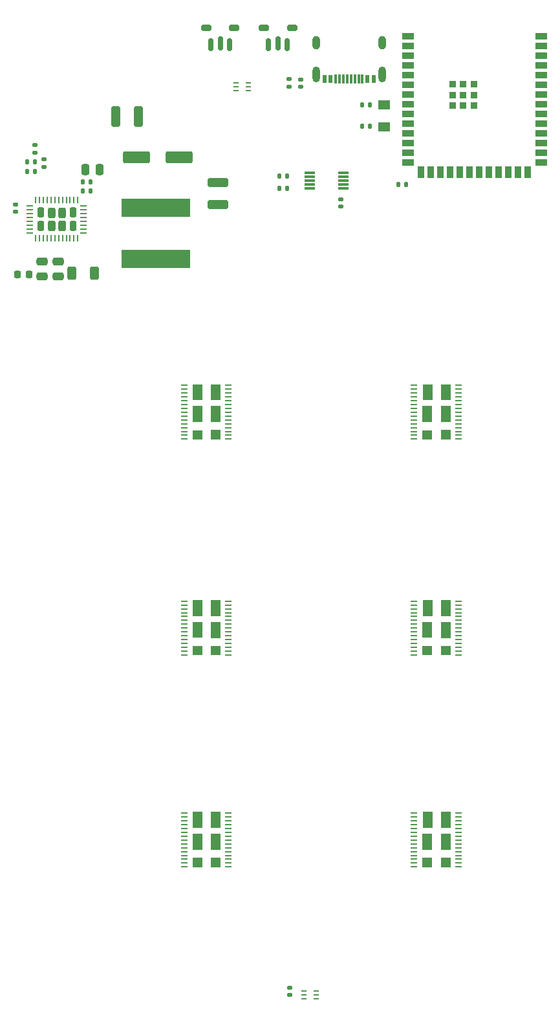
<source format=gbr>
%TF.GenerationSoftware,KiCad,Pcbnew,8.0.4*%
%TF.CreationDate,2024-08-30T10:55:45+02:00*%
%TF.ProjectId,bitaxeHex,62697461-7865-4486-9578-2e6b69636164,701*%
%TF.SameCoordinates,Original*%
%TF.FileFunction,Paste,Top*%
%TF.FilePolarity,Positive*%
%FSLAX46Y46*%
G04 Gerber Fmt 4.6, Leading zero omitted, Abs format (unit mm)*
G04 Created by KiCad (PCBNEW 8.0.4) date 2024-08-30 10:55:45*
%MOMM*%
%LPD*%
G01*
G04 APERTURE LIST*
G04 Aperture macros list*
%AMRoundRect*
0 Rectangle with rounded corners*
0 $1 Rounding radius*
0 $2 $3 $4 $5 $6 $7 $8 $9 X,Y pos of 4 corners*
0 Add a 4 corners polygon primitive as box body*
4,1,4,$2,$3,$4,$5,$6,$7,$8,$9,$2,$3,0*
0 Add four circle primitives for the rounded corners*
1,1,$1+$1,$2,$3*
1,1,$1+$1,$4,$5*
1,1,$1+$1,$6,$7*
1,1,$1+$1,$8,$9*
0 Add four rect primitives between the rounded corners*
20,1,$1+$1,$2,$3,$4,$5,0*
20,1,$1+$1,$4,$5,$6,$7,0*
20,1,$1+$1,$6,$7,$8,$9,0*
20,1,$1+$1,$8,$9,$2,$3,0*%
G04 Aperture macros list end*
%ADD10C,0.001000*%
%ADD11RoundRect,0.135000X0.185000X-0.135000X0.185000X0.135000X-0.185000X0.135000X-0.185000X-0.135000X0*%
%ADD12R,1.600200X1.168400*%
%ADD13RoundRect,0.250000X-0.475000X0.250000X-0.475000X-0.250000X0.475000X-0.250000X0.475000X0.250000X0*%
%ADD14RoundRect,0.135000X0.135000X0.185000X-0.135000X0.185000X-0.135000X-0.185000X0.135000X-0.185000X0*%
%ADD15RoundRect,0.200000X0.450000X0.200000X-0.450000X0.200000X-0.450000X-0.200000X0.450000X-0.200000X0*%
%ADD16O,0.740000X1.750000*%
%ADD17RoundRect,0.150000X0.150000X0.750000X-0.150000X0.750000X-0.150000X-0.750000X0.150000X-0.750000X0*%
%ADD18R,9.000000X2.380000*%
%ADD19RoundRect,0.140000X0.140000X0.170000X-0.140000X0.170000X-0.140000X-0.170000X0.140000X-0.170000X0*%
%ADD20RoundRect,0.225000X-0.225000X-0.250000X0.225000X-0.250000X0.225000X0.250000X-0.225000X0.250000X0*%
%ADD21RoundRect,0.250000X-1.500000X-0.550000X1.500000X-0.550000X1.500000X0.550000X-1.500000X0.550000X0*%
%ADD22RoundRect,0.055250X0.340750X0.055250X-0.340750X0.055250X-0.340750X-0.055250X0.340750X-0.055250X0*%
%ADD23RoundRect,0.135000X-0.185000X0.135000X-0.185000X-0.135000X0.185000X-0.135000X0.185000X0.135000X0*%
%ADD24RoundRect,0.140000X0.170000X-0.140000X0.170000X0.140000X-0.170000X0.140000X-0.170000X-0.140000X0*%
%ADD25RoundRect,0.250000X1.100000X-0.325000X1.100000X0.325000X-1.100000X0.325000X-1.100000X-0.325000X0*%
%ADD26RoundRect,0.140000X-0.140000X-0.170000X0.140000X-0.170000X0.140000X0.170000X-0.140000X0.170000X0*%
%ADD27R,1.400000X0.300000*%
%ADD28RoundRect,0.220588X0.229412X-0.429412X0.229412X0.429412X-0.229412X0.429412X-0.229412X-0.429412X0*%
%ADD29RoundRect,0.232843X0.242157X-0.467157X0.242157X0.467157X-0.242157X0.467157X-0.242157X-0.467157X0*%
%ADD30RoundRect,0.062500X0.062500X-0.337500X0.062500X0.337500X-0.062500X0.337500X-0.062500X-0.337500X0*%
%ADD31RoundRect,0.062500X0.337500X-0.062500X0.337500X0.062500X-0.337500X0.062500X-0.337500X-0.062500X0*%
%ADD32R,0.711200X0.228600*%
%ADD33R,1.500000X0.900000*%
%ADD34R,0.900000X1.500000*%
%ADD35R,0.900000X0.900000*%
%ADD36RoundRect,0.250000X-0.325000X-1.100000X0.325000X-1.100000X0.325000X1.100000X-0.325000X1.100000X0*%
%ADD37RoundRect,0.140000X-0.170000X0.140000X-0.170000X-0.140000X0.170000X-0.140000X0.170000X0.140000X0*%
%ADD38R,0.600000X1.060000*%
%ADD39R,0.300000X1.150000*%
%ADD40O,1.000000X2.100000*%
%ADD41O,1.000000X1.800000*%
%ADD42RoundRect,0.135000X-0.135000X-0.185000X0.135000X-0.185000X0.135000X0.185000X-0.135000X0.185000X0*%
%ADD43RoundRect,0.250000X-0.312500X-0.625000X0.312500X-0.625000X0.312500X0.625000X-0.312500X0.625000X0*%
%ADD44RoundRect,0.250000X-0.250000X-0.475000X0.250000X-0.475000X0.250000X0.475000X-0.250000X0.475000X0*%
G04 APERTURE END LIST*
%TO.C,U12*%
D10*
X76168000Y-99326000D02*
X77368000Y-99326000D01*
X77368000Y-100436000D01*
X76168000Y-100436000D01*
X76168000Y-99326000D01*
G36*
X76168000Y-99326000D02*
G01*
X77368000Y-99326000D01*
X77368000Y-100436000D01*
X76168000Y-100436000D01*
X76168000Y-99326000D01*
G37*
X76178000Y-96161000D02*
X77378000Y-96161000D01*
X77378000Y-98191000D01*
X76178000Y-98191000D01*
X76178000Y-96161000D01*
G36*
X76178000Y-96161000D02*
G01*
X77378000Y-96161000D01*
X77378000Y-98191000D01*
X76178000Y-98191000D01*
X76178000Y-96161000D01*
G37*
X76198000Y-93316000D02*
X77398000Y-93316000D01*
X77398000Y-95336000D01*
X76198000Y-95336000D01*
X76198000Y-93316000D01*
G36*
X76198000Y-93316000D02*
G01*
X77398000Y-93316000D01*
X77398000Y-95336000D01*
X76198000Y-95336000D01*
X76198000Y-93316000D01*
G37*
X78568000Y-93316000D02*
X79768000Y-93316000D01*
X79768000Y-95336000D01*
X78568000Y-95336000D01*
X78568000Y-93316000D01*
G36*
X78568000Y-93316000D02*
G01*
X79768000Y-93316000D01*
X79768000Y-95336000D01*
X78568000Y-95336000D01*
X78568000Y-93316000D01*
G37*
X78568000Y-96166000D02*
X79768000Y-96166000D01*
X79768000Y-98196000D01*
X78568000Y-98196000D01*
X78568000Y-96166000D01*
G36*
X78568000Y-96166000D02*
G01*
X79768000Y-96166000D01*
X79768000Y-98196000D01*
X78568000Y-98196000D01*
X78568000Y-96166000D01*
G37*
X78578000Y-99316000D02*
X79778000Y-99316000D01*
X79778000Y-100436000D01*
X78578000Y-100436000D01*
X78578000Y-99316000D01*
G36*
X78578000Y-99316000D02*
G01*
X79778000Y-99316000D01*
X79778000Y-100436000D01*
X78578000Y-100436000D01*
X78578000Y-99316000D01*
G37*
%TO.C,U18*%
X106272000Y-127550000D02*
X107472000Y-127550000D01*
X107472000Y-128660000D01*
X106272000Y-128660000D01*
X106272000Y-127550000D01*
G36*
X106272000Y-127550000D02*
G01*
X107472000Y-127550000D01*
X107472000Y-128660000D01*
X106272000Y-128660000D01*
X106272000Y-127550000D01*
G37*
X106282000Y-124385000D02*
X107482000Y-124385000D01*
X107482000Y-126415000D01*
X106282000Y-126415000D01*
X106282000Y-124385000D01*
G36*
X106282000Y-124385000D02*
G01*
X107482000Y-124385000D01*
X107482000Y-126415000D01*
X106282000Y-126415000D01*
X106282000Y-124385000D01*
G37*
X106302000Y-121540000D02*
X107502000Y-121540000D01*
X107502000Y-123560000D01*
X106302000Y-123560000D01*
X106302000Y-121540000D01*
G36*
X106302000Y-121540000D02*
G01*
X107502000Y-121540000D01*
X107502000Y-123560000D01*
X106302000Y-123560000D01*
X106302000Y-121540000D01*
G37*
X108672000Y-121540000D02*
X109872000Y-121540000D01*
X109872000Y-123560000D01*
X108672000Y-123560000D01*
X108672000Y-121540000D01*
G36*
X108672000Y-121540000D02*
G01*
X109872000Y-121540000D01*
X109872000Y-123560000D01*
X108672000Y-123560000D01*
X108672000Y-121540000D01*
G37*
X108672000Y-124390000D02*
X109872000Y-124390000D01*
X109872000Y-126420000D01*
X108672000Y-126420000D01*
X108672000Y-124390000D01*
G36*
X108672000Y-124390000D02*
G01*
X109872000Y-124390000D01*
X109872000Y-126420000D01*
X108672000Y-126420000D01*
X108672000Y-124390000D01*
G37*
X108682000Y-127540000D02*
X109882000Y-127540000D01*
X109882000Y-128660000D01*
X108682000Y-128660000D01*
X108682000Y-127540000D01*
G36*
X108682000Y-127540000D02*
G01*
X109882000Y-127540000D01*
X109882000Y-128660000D01*
X108682000Y-128660000D01*
X108682000Y-127540000D01*
G37*
%TO.C,U28*%
X106272000Y-99326000D02*
X107472000Y-99326000D01*
X107472000Y-100436000D01*
X106272000Y-100436000D01*
X106272000Y-99326000D01*
G36*
X106272000Y-99326000D02*
G01*
X107472000Y-99326000D01*
X107472000Y-100436000D01*
X106272000Y-100436000D01*
X106272000Y-99326000D01*
G37*
X106282000Y-96161000D02*
X107482000Y-96161000D01*
X107482000Y-98191000D01*
X106282000Y-98191000D01*
X106282000Y-96161000D01*
G36*
X106282000Y-96161000D02*
G01*
X107482000Y-96161000D01*
X107482000Y-98191000D01*
X106282000Y-98191000D01*
X106282000Y-96161000D01*
G37*
X106302000Y-93316000D02*
X107502000Y-93316000D01*
X107502000Y-95336000D01*
X106302000Y-95336000D01*
X106302000Y-93316000D01*
G36*
X106302000Y-93316000D02*
G01*
X107502000Y-93316000D01*
X107502000Y-95336000D01*
X106302000Y-95336000D01*
X106302000Y-93316000D01*
G37*
X108672000Y-93316000D02*
X109872000Y-93316000D01*
X109872000Y-95336000D01*
X108672000Y-95336000D01*
X108672000Y-93316000D01*
G36*
X108672000Y-93316000D02*
G01*
X109872000Y-93316000D01*
X109872000Y-95336000D01*
X108672000Y-95336000D01*
X108672000Y-93316000D01*
G37*
X108672000Y-96166000D02*
X109872000Y-96166000D01*
X109872000Y-98196000D01*
X108672000Y-98196000D01*
X108672000Y-96166000D01*
G36*
X108672000Y-96166000D02*
G01*
X109872000Y-96166000D01*
X109872000Y-98196000D01*
X108672000Y-98196000D01*
X108672000Y-96166000D01*
G37*
X108682000Y-99316000D02*
X109882000Y-99316000D01*
X109882000Y-100436000D01*
X108682000Y-100436000D01*
X108682000Y-99316000D01*
G36*
X108682000Y-99316000D02*
G01*
X109882000Y-99316000D01*
X109882000Y-100436000D01*
X108682000Y-100436000D01*
X108682000Y-99316000D01*
G37*
%TO.C,U25*%
X106272000Y-155280000D02*
X107472000Y-155280000D01*
X107472000Y-156390000D01*
X106272000Y-156390000D01*
X106272000Y-155280000D01*
G36*
X106272000Y-155280000D02*
G01*
X107472000Y-155280000D01*
X107472000Y-156390000D01*
X106272000Y-156390000D01*
X106272000Y-155280000D01*
G37*
X106282000Y-152115000D02*
X107482000Y-152115000D01*
X107482000Y-154145000D01*
X106282000Y-154145000D01*
X106282000Y-152115000D01*
G36*
X106282000Y-152115000D02*
G01*
X107482000Y-152115000D01*
X107482000Y-154145000D01*
X106282000Y-154145000D01*
X106282000Y-152115000D01*
G37*
X106302000Y-149270000D02*
X107502000Y-149270000D01*
X107502000Y-151290000D01*
X106302000Y-151290000D01*
X106302000Y-149270000D01*
G36*
X106302000Y-149270000D02*
G01*
X107502000Y-149270000D01*
X107502000Y-151290000D01*
X106302000Y-151290000D01*
X106302000Y-149270000D01*
G37*
X108672000Y-149270000D02*
X109872000Y-149270000D01*
X109872000Y-151290000D01*
X108672000Y-151290000D01*
X108672000Y-149270000D01*
G36*
X108672000Y-149270000D02*
G01*
X109872000Y-149270000D01*
X109872000Y-151290000D01*
X108672000Y-151290000D01*
X108672000Y-149270000D01*
G37*
X108672000Y-152120000D02*
X109872000Y-152120000D01*
X109872000Y-154150000D01*
X108672000Y-154150000D01*
X108672000Y-152120000D01*
G36*
X108672000Y-152120000D02*
G01*
X109872000Y-152120000D01*
X109872000Y-154150000D01*
X108672000Y-154150000D01*
X108672000Y-152120000D01*
G37*
X108682000Y-155270000D02*
X109882000Y-155270000D01*
X109882000Y-156390000D01*
X108682000Y-156390000D01*
X108682000Y-155270000D01*
G36*
X108682000Y-155270000D02*
G01*
X109882000Y-155270000D01*
X109882000Y-156390000D01*
X108682000Y-156390000D01*
X108682000Y-155270000D01*
G37*
%TO.C,U13*%
X76168000Y-127550000D02*
X77368000Y-127550000D01*
X77368000Y-128660000D01*
X76168000Y-128660000D01*
X76168000Y-127550000D01*
G36*
X76168000Y-127550000D02*
G01*
X77368000Y-127550000D01*
X77368000Y-128660000D01*
X76168000Y-128660000D01*
X76168000Y-127550000D01*
G37*
X76178000Y-124385000D02*
X77378000Y-124385000D01*
X77378000Y-126415000D01*
X76178000Y-126415000D01*
X76178000Y-124385000D01*
G36*
X76178000Y-124385000D02*
G01*
X77378000Y-124385000D01*
X77378000Y-126415000D01*
X76178000Y-126415000D01*
X76178000Y-124385000D01*
G37*
X76198000Y-121540000D02*
X77398000Y-121540000D01*
X77398000Y-123560000D01*
X76198000Y-123560000D01*
X76198000Y-121540000D01*
G36*
X76198000Y-121540000D02*
G01*
X77398000Y-121540000D01*
X77398000Y-123560000D01*
X76198000Y-123560000D01*
X76198000Y-121540000D01*
G37*
X78568000Y-121540000D02*
X79768000Y-121540000D01*
X79768000Y-123560000D01*
X78568000Y-123560000D01*
X78568000Y-121540000D01*
G36*
X78568000Y-121540000D02*
G01*
X79768000Y-121540000D01*
X79768000Y-123560000D01*
X78568000Y-123560000D01*
X78568000Y-121540000D01*
G37*
X78568000Y-124390000D02*
X79768000Y-124390000D01*
X79768000Y-126420000D01*
X78568000Y-126420000D01*
X78568000Y-124390000D01*
G36*
X78568000Y-124390000D02*
G01*
X79768000Y-124390000D01*
X79768000Y-126420000D01*
X78568000Y-126420000D01*
X78568000Y-124390000D01*
G37*
X78578000Y-127540000D02*
X79778000Y-127540000D01*
X79778000Y-128660000D01*
X78578000Y-128660000D01*
X78578000Y-127540000D01*
G36*
X78578000Y-127540000D02*
G01*
X79778000Y-127540000D01*
X79778000Y-128660000D01*
X78578000Y-128660000D01*
X78578000Y-127540000D01*
G37*
%TO.C,U27*%
X76168000Y-155280000D02*
X77368000Y-155280000D01*
X77368000Y-156390000D01*
X76168000Y-156390000D01*
X76168000Y-155280000D01*
G36*
X76168000Y-155280000D02*
G01*
X77368000Y-155280000D01*
X77368000Y-156390000D01*
X76168000Y-156390000D01*
X76168000Y-155280000D01*
G37*
X76178000Y-152115000D02*
X77378000Y-152115000D01*
X77378000Y-154145000D01*
X76178000Y-154145000D01*
X76178000Y-152115000D01*
G36*
X76178000Y-152115000D02*
G01*
X77378000Y-152115000D01*
X77378000Y-154145000D01*
X76178000Y-154145000D01*
X76178000Y-152115000D01*
G37*
X76198000Y-149270000D02*
X77398000Y-149270000D01*
X77398000Y-151290000D01*
X76198000Y-151290000D01*
X76198000Y-149270000D01*
G36*
X76198000Y-149270000D02*
G01*
X77398000Y-149270000D01*
X77398000Y-151290000D01*
X76198000Y-151290000D01*
X76198000Y-149270000D01*
G37*
X78568000Y-149270000D02*
X79768000Y-149270000D01*
X79768000Y-151290000D01*
X78568000Y-151290000D01*
X78568000Y-149270000D01*
G36*
X78568000Y-149270000D02*
G01*
X79768000Y-149270000D01*
X79768000Y-151290000D01*
X78568000Y-151290000D01*
X78568000Y-149270000D01*
G37*
X78568000Y-152120000D02*
X79768000Y-152120000D01*
X79768000Y-154150000D01*
X78568000Y-154150000D01*
X78568000Y-152120000D01*
G36*
X78568000Y-152120000D02*
G01*
X79768000Y-152120000D01*
X79768000Y-154150000D01*
X78568000Y-154150000D01*
X78568000Y-152120000D01*
G37*
X78578000Y-155270000D02*
X79778000Y-155270000D01*
X79778000Y-156390000D01*
X78578000Y-156390000D01*
X78578000Y-155270000D01*
G36*
X78578000Y-155270000D02*
G01*
X79778000Y-155270000D01*
X79778000Y-156390000D01*
X78578000Y-156390000D01*
X78578000Y-155270000D01*
G37*
%TD*%
D11*
%TO.C,R18*%
X88850000Y-54430000D03*
X88850000Y-53410000D03*
%TD*%
D12*
%TO.C,Y1*%
X101300000Y-56777600D03*
X101300000Y-59622400D03*
%TD*%
D13*
%TO.C,C23*%
X56475000Y-77300000D03*
X56475000Y-79200000D03*
%TD*%
D14*
%TO.C,R25*%
X88560000Y-67725000D03*
X87540000Y-67725000D03*
%TD*%
D15*
%TO.C,SW2*%
X81650000Y-46667500D03*
X77950000Y-46667500D03*
D16*
X81030000Y-48867500D03*
X78570000Y-48867500D03*
D17*
X79800000Y-48767500D03*
%TD*%
D18*
%TO.C,L2*%
X71400000Y-76925000D03*
X71400000Y-70275000D03*
%TD*%
D19*
%TO.C,C13*%
X55500000Y-64225000D03*
X54540000Y-64225000D03*
%TD*%
D20*
%TO.C,C5*%
X53225000Y-79000000D03*
X54775000Y-79000000D03*
%TD*%
D19*
%TO.C,C36*%
X99380000Y-56800000D03*
X98420000Y-56800000D03*
%TD*%
D21*
%TO.C,C10*%
X68828000Y-63650000D03*
X74428000Y-63650000D03*
%TD*%
D22*
%TO.C,U12*%
X80894000Y-100500000D03*
X80894000Y-99998000D03*
X80894000Y-99496000D03*
X80894000Y-98994000D03*
X80894000Y-98492000D03*
X80894000Y-97990000D03*
X80894000Y-97488000D03*
X80894000Y-96986000D03*
X80894000Y-96484000D03*
X80894000Y-95982000D03*
X80894000Y-95480000D03*
X80894000Y-94978000D03*
X80894000Y-94476000D03*
X80894000Y-93974000D03*
X80894000Y-93472000D03*
X75062000Y-93472000D03*
X75062000Y-93974000D03*
X75062000Y-94476000D03*
X75062000Y-94978000D03*
X75062000Y-95480000D03*
X75062000Y-95982000D03*
X75062000Y-96484000D03*
X75062000Y-96986000D03*
X75062000Y-97488000D03*
X75062000Y-97990000D03*
X75062000Y-98492000D03*
X75062000Y-98994000D03*
X75062000Y-99496000D03*
X75062000Y-99998000D03*
X75062000Y-100500000D03*
%TD*%
D23*
%TO.C,R8*%
X55545000Y-61990000D03*
X55545000Y-63010000D03*
%TD*%
D24*
%TO.C,C40*%
X88900000Y-173180000D03*
X88900000Y-172220000D03*
%TD*%
D25*
%TO.C,C27*%
X79500000Y-69850000D03*
X79500000Y-66900000D03*
%TD*%
D26*
%TO.C,C2*%
X61845000Y-68000000D03*
X62805000Y-68000000D03*
%TD*%
D27*
%TO.C,U9*%
X95900000Y-67675000D03*
X95900000Y-67175000D03*
X95900000Y-66675000D03*
X95900000Y-66175000D03*
X95900000Y-65675000D03*
X91500000Y-65675000D03*
X91500000Y-66175000D03*
X91500000Y-66675000D03*
X91500000Y-67175000D03*
X91500000Y-67675000D03*
%TD*%
D19*
%TO.C,C37*%
X99380000Y-59600000D03*
X98420000Y-59600000D03*
%TD*%
D14*
%TO.C,R9*%
X55555000Y-65500000D03*
X54535000Y-65500000D03*
%TD*%
D23*
%TO.C,R13*%
X56725000Y-63890000D03*
X56725000Y-64910000D03*
%TD*%
D28*
%TO.C,U3*%
X56300000Y-72650000D03*
X60500000Y-72650000D03*
D29*
X57700000Y-72600000D03*
X59100000Y-72600000D03*
X57700000Y-70900000D03*
X59100000Y-70900000D03*
D28*
X56300000Y-70850000D03*
X60500000Y-70850000D03*
D30*
X55650000Y-74250000D03*
X56150000Y-74250000D03*
X56650000Y-74250000D03*
X57150000Y-74250000D03*
X57650000Y-74250000D03*
X58150000Y-74250000D03*
X58650000Y-74250000D03*
X59150000Y-74250000D03*
X59650000Y-74250000D03*
X60150000Y-74250000D03*
X60650000Y-74250000D03*
X61150000Y-74250000D03*
D31*
X61900000Y-73500000D03*
X61900000Y-73000000D03*
X61900000Y-72500000D03*
X61900000Y-72000000D03*
X61900000Y-71500000D03*
X61900000Y-71000000D03*
X61900000Y-70500000D03*
X61900000Y-70000000D03*
D30*
X61150000Y-69250000D03*
X60650000Y-69250000D03*
X60150000Y-69250000D03*
X59650000Y-69250000D03*
X59150000Y-69250000D03*
X58650000Y-69250000D03*
X58150000Y-69250000D03*
X57650000Y-69250000D03*
X57150000Y-69250000D03*
X56650000Y-69250000D03*
X56150000Y-69250000D03*
X55650000Y-69250000D03*
D31*
X54900000Y-70000000D03*
X54900000Y-70500000D03*
X54900000Y-71000000D03*
X54900000Y-71500000D03*
X54900000Y-72000000D03*
X54900000Y-72500000D03*
X54900000Y-73000000D03*
X54900000Y-73500000D03*
%TD*%
D26*
%TO.C,C16*%
X61845000Y-66825000D03*
X62805000Y-66825000D03*
%TD*%
D32*
%TO.C,U7*%
X83500100Y-54899999D03*
X83500100Y-54400000D03*
X83500100Y-53900001D03*
X81899900Y-53900001D03*
X81899900Y-54400000D03*
X81899900Y-54899999D03*
%TD*%
D13*
%TO.C,C22*%
X58575000Y-77300000D03*
X58575000Y-79200000D03*
%TD*%
D22*
%TO.C,U18*%
X110998000Y-128724000D03*
X110998000Y-128222000D03*
X110998000Y-127720000D03*
X110998000Y-127218000D03*
X110998000Y-126716000D03*
X110998000Y-126214000D03*
X110998000Y-125712000D03*
X110998000Y-125210000D03*
X110998000Y-124708000D03*
X110998000Y-124206000D03*
X110998000Y-123704000D03*
X110998000Y-123202000D03*
X110998000Y-122700000D03*
X110998000Y-122198000D03*
X110998000Y-121696000D03*
X105166000Y-121696000D03*
X105166000Y-122198000D03*
X105166000Y-122700000D03*
X105166000Y-123202000D03*
X105166000Y-123704000D03*
X105166000Y-124206000D03*
X105166000Y-124708000D03*
X105166000Y-125210000D03*
X105166000Y-125712000D03*
X105166000Y-126214000D03*
X105166000Y-126716000D03*
X105166000Y-127218000D03*
X105166000Y-127720000D03*
X105166000Y-128222000D03*
X105166000Y-128724000D03*
%TD*%
D33*
%TO.C,U6*%
X104350000Y-47780000D03*
X104350000Y-49050000D03*
X104350000Y-50320000D03*
X104350000Y-51590000D03*
X104350000Y-52860000D03*
X104350000Y-54130000D03*
X104350000Y-55400000D03*
X104350000Y-56670000D03*
X104350000Y-57940000D03*
X104350000Y-59210000D03*
X104350000Y-60480000D03*
X104350000Y-61750000D03*
X104350000Y-63020000D03*
X104350000Y-64290000D03*
D34*
X106115000Y-65540000D03*
X107385000Y-65540000D03*
X108655000Y-65540000D03*
X109925000Y-65540000D03*
X111195000Y-65540000D03*
X112465000Y-65540000D03*
X113735000Y-65540000D03*
X115005000Y-65540000D03*
X116275000Y-65540000D03*
X117545000Y-65540000D03*
X118815000Y-65540000D03*
X120085000Y-65540000D03*
D33*
X121850000Y-64290000D03*
X121850000Y-63020000D03*
X121850000Y-61750000D03*
X121850000Y-60480000D03*
X121850000Y-59210000D03*
X121850000Y-57940000D03*
X121850000Y-56670000D03*
X121850000Y-55400000D03*
X121850000Y-54130000D03*
X121850000Y-52860000D03*
X121850000Y-51590000D03*
X121850000Y-50320000D03*
X121850000Y-49050000D03*
X121850000Y-47780000D03*
D35*
X110200000Y-54100000D03*
X110200000Y-55500000D03*
X110200000Y-56900000D03*
X111600000Y-54100000D03*
X111600000Y-55500000D03*
X111600000Y-56900000D03*
X113000000Y-54100000D03*
X113000000Y-55500000D03*
X113000000Y-56900000D03*
%TD*%
D36*
%TO.C,C9*%
X66125000Y-58300000D03*
X69075000Y-58300000D03*
%TD*%
D22*
%TO.C,U28*%
X110998000Y-100500000D03*
X110998000Y-99998000D03*
X110998000Y-99496000D03*
X110998000Y-98994000D03*
X110998000Y-98492000D03*
X110998000Y-97990000D03*
X110998000Y-97488000D03*
X110998000Y-96986000D03*
X110998000Y-96484000D03*
X110998000Y-95982000D03*
X110998000Y-95480000D03*
X110998000Y-94978000D03*
X110998000Y-94476000D03*
X110998000Y-93974000D03*
X110998000Y-93472000D03*
X105166000Y-93472000D03*
X105166000Y-93974000D03*
X105166000Y-94476000D03*
X105166000Y-94978000D03*
X105166000Y-95480000D03*
X105166000Y-95982000D03*
X105166000Y-96484000D03*
X105166000Y-96986000D03*
X105166000Y-97488000D03*
X105166000Y-97990000D03*
X105166000Y-98492000D03*
X105166000Y-98994000D03*
X105166000Y-99496000D03*
X105166000Y-99998000D03*
X105166000Y-100500000D03*
%TD*%
%TO.C,U25*%
X110998000Y-156454000D03*
X110998000Y-155952000D03*
X110998000Y-155450000D03*
X110998000Y-154948000D03*
X110998000Y-154446000D03*
X110998000Y-153944000D03*
X110998000Y-153442000D03*
X110998000Y-152940000D03*
X110998000Y-152438000D03*
X110998000Y-151936000D03*
X110998000Y-151434000D03*
X110998000Y-150932000D03*
X110998000Y-150430000D03*
X110998000Y-149928000D03*
X110998000Y-149426000D03*
X105166000Y-149426000D03*
X105166000Y-149928000D03*
X105166000Y-150430000D03*
X105166000Y-150932000D03*
X105166000Y-151434000D03*
X105166000Y-151936000D03*
X105166000Y-152438000D03*
X105166000Y-152940000D03*
X105166000Y-153442000D03*
X105166000Y-153944000D03*
X105166000Y-154446000D03*
X105166000Y-154948000D03*
X105166000Y-155450000D03*
X105166000Y-155952000D03*
X105166000Y-156454000D03*
%TD*%
D37*
%TO.C,C32*%
X90300000Y-53440000D03*
X90300000Y-54400000D03*
%TD*%
D22*
%TO.C,U13*%
X80894000Y-128724000D03*
X80894000Y-128222000D03*
X80894000Y-127720000D03*
X80894000Y-127218000D03*
X80894000Y-126716000D03*
X80894000Y-126214000D03*
X80894000Y-125712000D03*
X80894000Y-125210000D03*
X80894000Y-124708000D03*
X80894000Y-124206000D03*
X80894000Y-123704000D03*
X80894000Y-123202000D03*
X80894000Y-122700000D03*
X80894000Y-122198000D03*
X80894000Y-121696000D03*
X75062000Y-121696000D03*
X75062000Y-122198000D03*
X75062000Y-122700000D03*
X75062000Y-123202000D03*
X75062000Y-123704000D03*
X75062000Y-124206000D03*
X75062000Y-124708000D03*
X75062000Y-125210000D03*
X75062000Y-125712000D03*
X75062000Y-126214000D03*
X75062000Y-126716000D03*
X75062000Y-127218000D03*
X75062000Y-127720000D03*
X75062000Y-128222000D03*
X75062000Y-128724000D03*
%TD*%
D38*
%TO.C,J7*%
X99870000Y-53420000D03*
X99070000Y-53420000D03*
D39*
X97920000Y-53375000D03*
X96920000Y-53375000D03*
X96420000Y-53375000D03*
X95420000Y-53375000D03*
D38*
X94270000Y-53420000D03*
X93470000Y-53420000D03*
X93470000Y-53420000D03*
X94270000Y-53420000D03*
D39*
X94920000Y-53375000D03*
X95920000Y-53375000D03*
X97420000Y-53375000D03*
X98420000Y-53375000D03*
D38*
X99070000Y-53420000D03*
X99870000Y-53420000D03*
D40*
X100990000Y-52800000D03*
D41*
X100990000Y-48620000D03*
D40*
X92350000Y-52800000D03*
D41*
X92350000Y-48620000D03*
%TD*%
D42*
%TO.C,R17*%
X103090000Y-67225000D03*
X104110000Y-67225000D03*
%TD*%
D43*
%TO.C,R14*%
X60387500Y-78750000D03*
X63312500Y-78750000D03*
%TD*%
D15*
%TO.C,SW1*%
X89200000Y-46667500D03*
X85500000Y-46667500D03*
D16*
X88580000Y-48867500D03*
X86120000Y-48867500D03*
D17*
X87350000Y-48767500D03*
%TD*%
D37*
%TO.C,C24*%
X53025000Y-69795000D03*
X53025000Y-70755000D03*
%TD*%
%TO.C,C38*%
X95600000Y-69120000D03*
X95600000Y-70080000D03*
%TD*%
D44*
%TO.C,C14*%
X62125000Y-65275000D03*
X64025000Y-65275000D03*
%TD*%
D22*
%TO.C,U27*%
X80894000Y-156454000D03*
X80894000Y-155952000D03*
X80894000Y-155450000D03*
X80894000Y-154948000D03*
X80894000Y-154446000D03*
X80894000Y-153944000D03*
X80894000Y-153442000D03*
X80894000Y-152940000D03*
X80894000Y-152438000D03*
X80894000Y-151936000D03*
X80894000Y-151434000D03*
X80894000Y-150932000D03*
X80894000Y-150430000D03*
X80894000Y-149928000D03*
X80894000Y-149426000D03*
X75062000Y-149426000D03*
X75062000Y-149928000D03*
X75062000Y-150430000D03*
X75062000Y-150932000D03*
X75062000Y-151434000D03*
X75062000Y-151936000D03*
X75062000Y-152438000D03*
X75062000Y-152940000D03*
X75062000Y-153442000D03*
X75062000Y-153944000D03*
X75062000Y-154446000D03*
X75062000Y-154948000D03*
X75062000Y-155450000D03*
X75062000Y-155952000D03*
X75062000Y-156454000D03*
%TD*%
D32*
%TO.C,U8*%
X92400900Y-173699999D03*
X92400900Y-173200000D03*
X92400900Y-172700001D03*
X90800700Y-172700001D03*
X90800700Y-173200000D03*
X90800700Y-173699999D03*
%TD*%
D14*
%TO.C,R24*%
X88535000Y-66125000D03*
X87515000Y-66125000D03*
%TD*%
M02*

</source>
